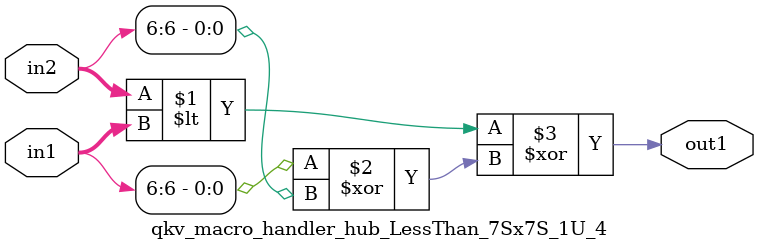
<source format=v>

`timescale 1ps / 1ps


module qkv_macro_handler_hub_LessThan_7Sx7S_1U_4( in2, in1, out1 );

    input [6:0] in2;
    input [6:0] in1;
    output out1;

    
    // rtl_process:qkv_macro_handler_hub_LessThan_7Sx7S_1U_4/qkv_macro_handler_hub_LessThan_7Sx7S_1U_4_thread_1
    assign out1 = (in2 < in1 ^ (in1[6] ^ in2[6]));

endmodule


</source>
